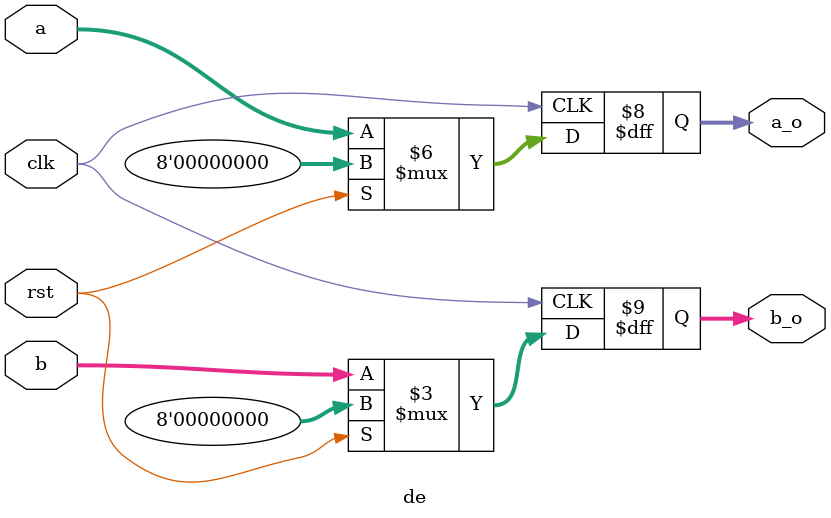
<source format=v>
module de (
    input clk,
    input rst,
    input [7:0] a,
    b,
    output reg [7:0] a_o,
    b_o
);
  always @(posedge clk) begin
    if (rst) begin
      a_o <= 0;
      b_o <= 0;
    end else begin

      a_o <= a;
      b_o <= b;
    end
  end

endmodule

</source>
